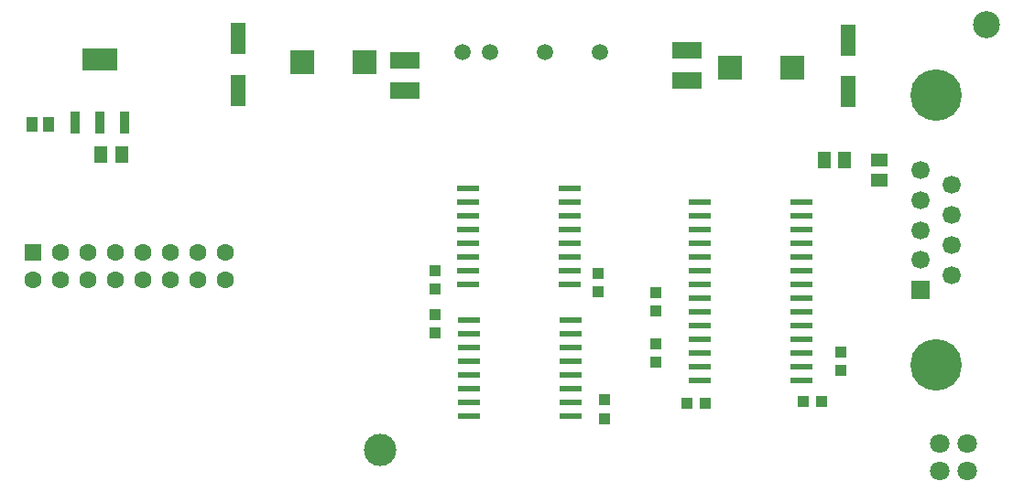
<source format=gts>
G04 DipTrace 2.4.0.2*
%INDaughter-IsolatedRS2321.1.GTS*%
%MOMM*%
%ADD16C,1.5*%
%ADD20R,2.7X1.6*%
%ADD21R,1.4X2.85*%
%ADD22R,1.0X1.1*%
%ADD23R,1.3X1.5*%
%ADD24R,1.1X1.0*%
%ADD25R,1.69X1.69*%
%ADD26C,1.69*%
%ADD27C,4.76*%
%ADD28C,1.6*%
%ADD29R,1.6X1.6*%
%ADD30R,1.0X1.35*%
%ADD31R,2.2X2.2*%
%ADD32R,1.5X1.3*%
%ADD34R,0.95X2.15*%
%ADD35R,3.25X2.15*%
%ADD36R,2.0X0.6*%
%ADD37C,1.8*%
%ADD40C,3.0*%
%ADD41C,2.5*%
%FSLAX53Y53*%
G04*
G71*
G90*
G75*
G01*
%LNTopMask*%
%LPD*%
D20*
X41279Y39692D3*
Y36892D3*
X67317Y37844D3*
Y40644D3*
D21*
X82241Y36793D3*
Y41597D3*
D22*
X59140Y18260D3*
Y19960D3*
D23*
X15083Y30960D3*
X13183D3*
D22*
X44059Y16146D3*
Y14446D3*
Y18527D3*
Y20227D3*
D24*
X67317Y7938D3*
X69017D3*
X78113Y8097D3*
X79813D3*
D22*
X59690Y8255D3*
Y6555D3*
X64453Y16510D3*
Y18210D3*
Y11748D3*
Y13447D3*
X81560Y12720D3*
Y11020D3*
D21*
X25879Y41756D3*
Y36952D3*
D23*
X81924Y30483D3*
X80024D3*
D40*
X39000Y3600D3*
D41*
X95000Y43000D3*
D25*
X88970Y18460D3*
D26*
Y21230D3*
Y24000D3*
Y26770D3*
Y29540D3*
X91810Y19845D3*
Y22615D3*
Y25385D3*
Y28155D3*
D27*
X90390Y36495D3*
Y11505D3*
D28*
X6900Y19390D3*
D29*
Y21930D3*
D28*
X9440Y19390D3*
Y21930D3*
X11980Y19390D3*
Y21930D3*
X14520Y19390D3*
Y21930D3*
X17060Y19390D3*
Y21930D3*
X19600Y19390D3*
Y21930D3*
X22140Y19390D3*
Y21930D3*
X24680Y19390D3*
Y21930D3*
D30*
X6827Y33817D3*
X8327D3*
D31*
X31753Y39533D3*
X37553D3*
X71286Y39057D3*
X77086D3*
D32*
X85099Y30483D3*
Y28583D3*
D16*
X46599Y40435D3*
X49139D3*
X54219D3*
X59299D3*
D34*
X10796Y33976D3*
X13096D3*
X15396D3*
D35*
X13096Y39776D3*
D36*
X56537Y19004D3*
Y20274D3*
Y21544D3*
Y22814D3*
Y24084D3*
Y25354D3*
Y26624D3*
Y27894D3*
X47137D3*
Y26624D3*
Y25354D3*
Y24084D3*
Y22814D3*
Y21544D3*
Y20274D3*
Y19004D3*
X77940Y10090D3*
Y11360D3*
Y12630D3*
Y13900D3*
Y15170D3*
Y16440D3*
Y17710D3*
Y18980D3*
Y20250D3*
Y21520D3*
Y22790D3*
Y24060D3*
Y25330D3*
Y26600D3*
X68540D3*
Y25330D3*
Y24060D3*
Y22790D3*
Y21520D3*
Y20250D3*
Y18980D3*
Y17710D3*
Y16440D3*
Y15170D3*
Y13900D3*
Y12630D3*
Y11360D3*
Y10090D3*
X47200Y15670D3*
Y14400D3*
Y13130D3*
Y11860D3*
Y10590D3*
Y9320D3*
Y8050D3*
Y6780D3*
X56600D3*
Y8050D3*
Y9320D3*
Y10590D3*
Y11860D3*
Y13130D3*
Y14400D3*
Y15670D3*
D37*
X93270Y1730D3*
X90730D3*
Y4270D3*
X93270D3*
M02*

</source>
